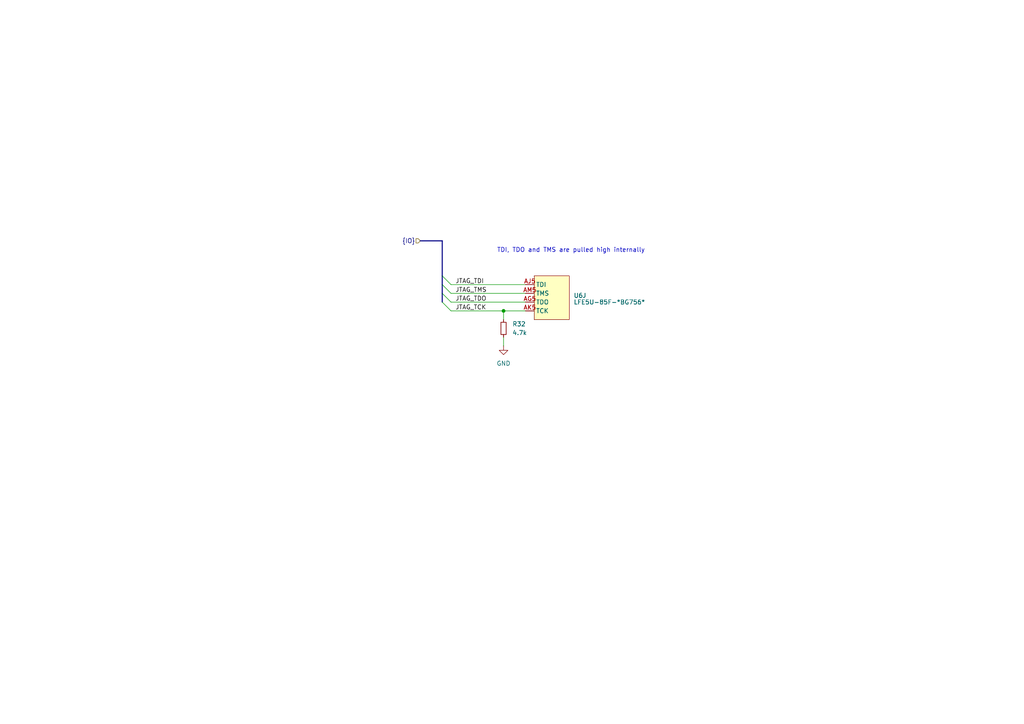
<source format=kicad_sch>
(kicad_sch (version 20250114) (generator "eeschema") (generator_version "9.0")
  (paper "A4")
  (title_block (title "${Project Designation}") (date "2024-06-30") (rev "${Revision}") (comment 1 "${Project Title}") (comment 2 "FPGA JTAG") (comment 3 "${Part Number}"))
  (lib_symbols
    (symbol "Device:R_Small" (pin_numbers (hide yes)) (pin_names (offset 0.254) (hide yes))
      (property "Reference" "R" (at 0 0 90))
      (property "Value" "R_Small" (at 1.778 0 90))
      (symbol "R_Small_1_1"
        (pin passive line (at 0 2.54 270) (length 0.762) (name "~") (number "1"))
        (pin passive line (at 0 -2.54 90) (length 0.762) (name "~") (number "2"))
      )
    )
    (symbol "ECAP5-BSOM:LFE5U-85F-*BG756*"
      (property "Reference" "U" (at -1.016 3.81 0))
      (property "Value" "LFE5U-85F-*BG756*" (at 1.27 0 0))
      (symbol "LFE5U-85F-*BG756*_1_0"
        (pin power_in line (at -5.08 0 0) (length 2.54) (name "VCC[36]") (number "AA12"))
        (pin passive line (at -5.08 0 0) (length 2.54) (hide yes) (name "VCC") (number "AA13"))
        (pin passive line (at -5.08 0 0) (length 2.54) (hide yes) (name "VCC") (number "AA14"))
        (pin passive line (at -5.08 0 0) (length 2.54) (hide yes) (name "VCC") (number "AA15"))
        (pin passive line (at -5.08 0 0) (length 2.54) (hide yes) (name "VCC") (number "AA16"))
        (pin passive line (at -5.08 0 0) (length 2.54) (hide yes) (name "VCC") (number "AA17"))
        (pin passive line (at -5.08 0 0) (length 2.54) (hide yes) (name "VCC") (number "AA18"))
        (pin passive line (at -5.08 0 0) (length 2.54) (hide yes) (name "VCC") (number "AA19"))
        (pin passive line (at -5.08 0 0) (length 2.54) (hide yes) (name "VCC") (number "AA20"))
        (pin passive line (at -5.08 0 0) (length 2.54) (hide yes) (name "VCC") (number "AA21"))
        (pin passive line (at -5.08 0 0) (length 2.54) (hide yes) (name "VCC") (number "M12"))
        (pin passive line (at -5.08 0 0) (length 2.54) (hide yes) (name "VCC") (number "M13"))
        (pin passive line (at -5.08 0 0) (length 2.54) (hide yes) (name "VCC") (number "M14"))
        (pin passive line (at -5.08 0 0) (length 2.54) (hide yes) (name "VCC") (number "M15"))
        (pin passive line (at -5.08 0 0) (length 2.54) (hide yes) (name "VCC") (number "M16"))
        (pin passive line (at -5.08 0 0) (length 2.54) (hide yes) (name "VCC") (number "M17"))
        (pin passive line (at -5.08 0 0) (length 2.54) (hide yes) (name "VCC") (number "M18"))
        (pin passive line (at -5.08 0 0) (length 2.54) (hide yes) (name "VCC") (number "M19"))
        (pin passive line (at -5.08 0 0) (length 2.54) (hide yes) (name "VCC") (number "M20"))
        (pin passive line (at -5.08 0 0) (length 2.54) (hide yes) (name "VCC") (number "M21"))
        (pin passive line (at -5.08 0 0) (length 2.54) (hide yes) (name "VCC") (number "N12"))
        (pin passive line (at -5.08 0 0) (length 2.54) (hide yes) (name "VCC") (number "N21"))
        (pin passive line (at -5.08 0 0) (length 2.54) (hide yes) (name "VCC") (number "P12"))
        (pin passive line (at -5.08 0 0) (length 2.54) (hide yes) (name "VCC") (number "P21"))
        (pin passive line (at -5.08 0 0) (length 2.54) (hide yes) (name "VCC") (number "R12"))
        (pin passive line (at -5.08 0 0) (length 2.54) (hide yes) (name "VCC") (number "R21"))
        (pin passive line (at -5.08 0 0) (length 2.54) (hide yes) (name "VCC") (number "T12"))
        (pin passive line (at -5.08 0 0) (length 2.54) (hide yes) (name "VCC") (number "T21"))
        (pin passive line (at -5.08 0 0) (length 2.54) (hide yes) (name "VCC") (number "U12"))
        (pin passive line (at -5.08 0 0) (length 2.54) (hide yes) (name "VCC") (number "U21"))
        (pin passive line (at -5.08 0 0) (length 2.54) (hide yes) (name "VCC") (number "V12"))
        (pin passive line (at -5.08 0 0) (length 2.54) (hide yes) (name "VCC") (number "V21"))
        (pin passive line (at -5.08 0 0) (length 2.54) (hide yes) (name "VCC") (number "W12"))
        (pin passive line (at -5.08 0 0) (length 2.54) (hide yes) (name "VCC") (number "W21"))
        (pin passive line (at -5.08 0 0) (length 2.54) (hide yes) (name "VCC") (number "Y12"))
        (pin passive line (at -5.08 0 0) (length 2.54) (hide yes) (name "VCC") (number "Y21"))
        (pin power_in line (at 8.89 -15.24 90) (length 2.54) (name "GND[266]") (number "AA11"))
        (pin passive line (at 8.89 -15.24 90) (length 2.54) (hide yes) (name "GND") (number "AA22"))
        (pin passive line (at 8.89 -15.24 90) (length 2.54) (hide yes) (name "GND") (number "AB11"))
        (pin passive line (at 8.89 -15.24 90) (length 2.54) (hide yes) (name "GND") (number "AB12"))
        (pin passive line (at 8.89 -15.24 90) (length 2.54) (hide yes) (name "GND") (number "AB13"))
        (pin passive line (at 8.89 -15.24 90) (length 2.54) (hide yes) (name "GND") (number "AB14"))
        (pin passive line (at 8.89 -15.24 90) (length 2.54) (hide yes) (name "GND") (number "AB15"))
        (pin passive line (at 8.89 -15.24 90) (length 2.54) (hide yes) (name "GND") (number "AB16"))
        (pin passive line (at 8.89 -15.24 90) (length 2.54) (hide yes) (name "GND") (number "AB17"))
        (pin passive line (at 8.89 -15.24 90) (length 2.54) (hide yes) (name "GND") (number "AB18"))
        (pin passive line (at 8.89 -15.24 90) (length 2.54) (hide yes) (name "GND") (number "AB19"))
        (pin passive line (at 8.89 -15.24 90) (length 2.54) (hide yes) (name "GND") (number "AB20"))
        (pin passive line (at 8.89 -15.24 90) (length 2.54) (hide yes) (name "GND") (number "AB21"))
        (pin passive line (at 8.89 -15.24 90) (length 2.54) (hide yes) (name "GND") (number "AB22"))
        (pin passive line (at 8.89 -15.24 90) (length 2.54) (hide yes) (name "GND") (number "AC12"))
        (pin passive line (at 8.89 -15.24 90) (length 2.54) (hide yes) (name "GND") (number "AC13"))
        (pin passive line (at 8.89 -15.24 90) (length 2.54) (hide yes) (name "GND") (number "AC14"))
        (pin passive line (at 8.89 -15.24 90) (length 2.54) (hide yes) (name "GND") (number "AC15"))
        (pin passive line (at 8.89 -15.24 90) (length 2.54) (hide yes) (name "GND") (number "AC16"))
        (pin passive line (at 8.89 -15.24 90) (length 2.54) (hide yes) (name "GND") (number "AC17"))
        (pin passive line (at 8.89 -15.24 90) (length 2.54) (hide yes) (name "GND") (number "AC18"))
        (pin passive line (at 8.89 -15.24 90) (length 2.54) (hide yes) (name "GND") (number "AC19"))
        (pin passive line (at 8.89 -15.24 90) (length 2.54) (hide yes) (name "GND") (number "AC20"))
        (pin passive line (at 8.89 -15.24 90) (length 2.54) (hide yes) (name "GND") (number "AC21"))
        (pin passive line (at 8.89 -15.24 90) (length 2.54) (hide yes) (name "GND") (number "AD2"))
        (pin passive line (at 8.89 -15.24 90) (length 2.54) (hide yes) (name "GND") (number "AD28"))
        (pin passive line (at 8.89 -15.24 90) (length 2.54) (hide yes) (name "GND") (number "AD31"))
        (pin passive line (at 8.89 -15.24 90) (length 2.54) (hide yes) (name "GND") (number "AD5"))
        (pin passive line (at 8.89 -15.24 90) (length 2.54) (hide yes) (name "GND") (number "AF11"))
        (pin passive line (at 8.89 -15.24 90) (length 2.54) (hide yes) (name "GND") (number "AF12"))
        (pin passive line (at 8.89 -15.24 90) (length 2.54) (hide yes) (name "GND") (number "AF14"))
        (pin passive line (at 8.89 -15.24 90) (length 2.54) (hide yes) (name "GND") (number "AF15"))
        (pin passive line (at 8.89 -15.24 90) (length 2.54) (hide yes) (name "GND") (number "AF16"))
        (pin passive line (at 8.89 -15.24 90) (length 2.54) (hide yes) (name "GND") (number "AF17"))
        (pin passive line (at 8.89 -15.24 90) (length 2.54) (hide yes) (name "GND") (number "AF19"))
        (pin passive line (at 8.89 -15.24 90) (length 2.54) (hide yes) (name "GND") (number "AF20"))
        (pin passive line (at 8.89 -15.24 90) (length 2.54) (hide yes) (name "GND") (number "AF22"))
        (pin passive line (at 8.89 -15.24 90) (length 2.54) (hide yes) (name "GND") (number "AF23"))
        (pin passive line (at 8.89 -15.24 90) (length 2.54) (hide yes) (name "GND") (number "AG11"))
        (pin passive line (at 8.89 -15.24 90) (length 2.54) (hide yes) (name "GND") (number "AG12"))
        (pin passive line (at 8.89 -15.24 90) (length 2.54) (hide yes) (name "GND") (number "AG14"))
        (pin passive line (at 8.89 -15.24 90) (length 2.54) (hide yes) (name "GND") (number "AG15"))
        (pin passive line (at 8.89 -15.24 90) (length 2.54) (hide yes) (name "GND") (number "AG16"))
        (pin passive line (at 8.89 -15.24 90) (length 2.54) (hide yes) (name "GND") (number "AG17"))
        (pin passive line (at 8.89 -15.24 90) (length 2.54) (hide yes) (name "GND") (number "AG19"))
        (pin passive line (at 8.89 -15.24 90) (length 2.54) (hide yes) (name "GND") (number "AG20"))
        (pin passive line (at 8.89 -15.24 90) (length 2.54) (hide yes) (name "GND") (number "AG22"))
        (pin passive line (at 8.89 -15.24 90) (length 2.54) (hide yes) (name "GND") (number "AG23"))
        (pin passive line (at 8.89 -15.24 90) (length 2.54) (hide yes) (name "GND") (number "AG9"))
        (pin passive line (at 8.89 -15.24 90) (length 2.54) (hide yes) (name "GND") (number "AH11"))
        (pin passive line (at 8.89 -15.24 90) (length 2.54) (hide yes) (name "GND") (number "AH12"))
        (pin passive line (at 8.89 -15.24 90) (length 2.54) (hide yes) (name "GND") (number "AH14"))
        (pin passive line (at 8.89 -15.24 90) (length 2.54) (hide yes) (name "GND") (number "AH15"))
        (pin passive line (at 8.89 -15.24 90) (length 2.54) (hide yes) (name "GND") (number "AH16"))
        (pin passive line (at 8.89 -15.24 90) (length 2.54) (hide yes) (name "GND") (number "AH17"))
        (pin passive line (at 8.89 -15.24 90) (length 2.54) (hide yes) (name "GND") (number "AH19"))
        (pin passive line (at 8.89 -15.24 90) (length 2.54) (hide yes) (name "GND") (number "AH2"))
        (pin passive line (at 8.89 -15.24 90) (length 2.54) (hide yes) (name "GND") (number "AH20"))
        (pin passive line (at 8.89 -15.24 90) (length 2.54) (hide yes) (name "GND") (number "AH22"))
        (pin passive line (at 8.89 -15.24 90) (length 2.54) (hide yes) (name "GND") (number "AH23"))
        (pin passive line (at 8.89 -15.24 90) (length 2.54) (hide yes) (name "GND") (number "AH24"))
        (pin passive line (at 8.89 -15.24 90) (length 2.54) (hide yes) (name "GND") (number "AH25"))
        (pin passive line (at 8.89 -15.24 90) (length 2.54) (hide yes) (name "GND") (number "AH26"))
        (pin passive line (at 8.89 -15.24 90) (length 2.54) (hide yes) (name "GND") (number "AH29"))
        (pin passive line (at 8.89 -15.24 90) (length 2.54) (hide yes) (name "GND") (number "AH31"))
        (pin passive line (at 8.89 -15.24 90) (length 2.54) (hide yes) (name "GND") (number "AH5"))
        (pin passive line (at 8.89 -15.24 90) (length 2.54) (hide yes) (name "GND") (number "AH7"))
        (pin passive line (at 8.89 -15.24 90) (length 2.54) (hide yes) (name "GND") (number "AH8"))
        (pin passive line (at 8.89 -15.24 90) (length 2.54) (hide yes) (name "GND") (number "AH9"))
        (pin passive line (at 8.89 -15.24 90) (length 2.54) (hide yes) (name "GND") (number "AJ10"))
        (pin passive line (at 8.89 -15.24 90) (length 2.54) (hide yes) (name "GND") (number "AJ11"))
        (pin passive line (at 8.89 -15.24 90) (length 2.54) (hide yes) (name "GND") (number "AJ12"))
        (pin passive line (at 8.89 -15.24 90) (length 2.54) (hide yes) (name "GND") (number "AJ13"))
        (pin passive line (at 8.89 -15.24 90) (length 2.54) (hide yes) (name "GND") (number "AJ14"))
        (pin passive line (at 8.89 -15.24 90) (length 2.54) (hide yes) (name "GND") (number "AJ15"))
        (pin passive line (at 8.89 -15.24 90) (length 2.54) (hide yes) (name "GND") (number "AJ16"))
        (pin passive line (at 8.89 -15.24 90) (length 2.54) (hide yes) (name "GND") (number "AJ17"))
        (pin passive line (at 8.89 -15.24 90) (length 2.54) (hide yes) (name "GND") (number "AJ18"))
        (pin passive line (at 8.89 -15.24 90) (length 2.54) (hide yes) (name "GND") (number "AJ19"))
        (pin passive line (at 8.89 -15.24 90) (length 2.54) (hide yes) (name "GND") (number "AJ20"))
        (pin passive line (at 8.89 -15.24 90) (length 2.54) (hide yes) (name "GND") (number "AJ21"))
        (pin passive line (at 8.89 -15.24 90) (length 2.54) (hide yes) (name "GND") (number "AJ22"))
        (pin passive line (at 8.89 -15.24 90) (length 2.54) (hide yes) (name "GND") (number "AJ23"))
        (pin passive line (at 8.89 -15.24 90) (length 2.54) (hide yes) (name "GND") (number "AJ24"))
        (pin passive line (at 8.89 -15.24 90) (length 2.54) (hide yes) (name "GND") (number "AJ25"))
        (pin passive line (at 8.89 -15.24 90) (length 2.54) (hide yes) (name "GND") (number "AJ26"))
        (pin passive line (at 8.89 -15.24 90) (length 2.54) (hide yes) (name "GND") (number "AJ7"))
        (pin passive line (at 8.89 -15.24 90) (length 2.54) (hide yes) (name "GND") (number "AJ8"))
        (pin passive line (at 8.89 -15.24 90) (length 2.54) (hide yes) (name "GND") (number "AJ9"))
        (pin passive line (at 8.89 -15.24 90) (length 2.54) (hide yes) (name "GND") (number "AK11"))
        (pin passive line (at 8.89 -15.24 90) (length 2.54) (hide yes) (name "GND") (number "AK14"))
        (pin passive line (at 8.89 -15.24 90) (length 2.54) (hide yes) (name "GND") (number "AK17"))
        (pin passive line (at 8.89 -15.24 90) (length 2.54) (hide yes) (name "GND") (number "AK20"))
        (pin passive line (at 8.89 -15.24 90) (length 2.54) (hide yes) (name "GND") (number "AK23"))
        (pin passive line (at 8.89 -15.24 90) (length 2.54) (hide yes) (name "GND") (number "AK26"))
        (pin passive line (at 8.89 -15.24 90) (length 2.54) (hide yes) (name "GND") (number "AK7"))
        (pin passive line (at 8.89 -15.24 90) (length 2.54) (hide yes) (name "GND") (number "AK8"))
        (pin passive line (at 8.89 -15.24 90) (length 2.54) (hide yes) (name "GND") (number "AL11"))
        (pin passive line (at 8.89 -15.24 90) (length 2.54) (hide yes) (name "GND") (number "AL12"))
        (pin passive line (at 8.89 -15.24 90) (length 2.54) (hide yes) (name "GND") (number "AL14"))
        (pin passive line (at 8.89 -15.24 90) (length 2.54) (hide yes) (name "GND") (number "AL15"))
        (pin passive line (at 8.89 -15.24 90) (length 2.54) (hide yes) (name "GND") (number "AL17"))
        (pin passive line (at 8.89 -15.24 90) (length 2.54) (hide yes) (name "GND") (number "AL18"))
        (pin passive line (at 8.89 -15.24 90) (length 2.54) (hide yes) (name "GND") (number "AL2"))
        (pin passive line (at 8.89 -15.24 90) (length 2.54) (hide yes) (name "GND") (number "AL20"))
        (pin passive line (at 8.89 -15.24 90) (length 2.54) (hide yes) (name "GND") (number "AL21"))
        (pin passive line (at 8.89 -15.24 90) (length 2.54) (hide yes) (name "GND") (number "AL23"))
        (pin passive line (at 8.89 -15.24 90) (length 2.54) (hide yes) (name "GND") (number "AL24"))
        (pin passive line (at 8.89 -15.24 90) (length 2.54) (hide yes) (name "GND") (number "AL26"))
        (pin passive line (at 8.89 -15.24 90) (length 2.54) (hide yes) (name "GND") (number "AL29"))
        (pin passive line (at 8.89 -15.24 90) (length 2.54) (hide yes) (name "GND") (number "AL31"))
        (pin passive line (at 8.89 -15.24 90) (length 2.54) (hide yes) (name "GND") (number "AL5"))
        (pin passive line (at 8.89 -15.24 90) (length 2.54) (hide yes) (name "GND") (number "AL7"))
        (pin passive line (at 8.89 -15.24 90) (length 2.54) (hide yes) (name "GND") (number "AL8"))
        (pin passive line (at 8.89 -15.24 90) (length 2.54) (hide yes) (name "GND") (number "AL9"))
        (pin passive line (at 8.89 -15.24 90) (length 2.54) (hide yes) (name "GND") (number "AM11"))
        (pin passive line (at 8.89 -15.24 90) (length 2.54) (hide yes) (name "GND") (number "AM12"))
        (pin passive line (at 8.89 -15.24 90) (length 2.54) (hide yes) (name "GND") (number "AM14"))
        (pin passive line (at 8.89 -15.24 90) (length 2.54) (hide yes) (name "GND") (number "AM15"))
        (pin passive line (at 8.89 -15.24 90) (length 2.54) (hide yes) (name "GND") (number "AM17"))
        (pin passive line (at 8.89 -15.24 90) (length 2.54) (hide yes) (name "GND") (number "AM18"))
        (pin passive line (at 8.89 -15.24 90) (length 2.54) (hide yes) (name "GND") (number "AM20"))
        (pin passive line (at 8.89 -15.24 90) (length 2.54) (hide yes) (name "GND") (number "AM21"))
        (pin passive line (at 8.89 -15.24 90) (length 2.54) (hide yes) (name "GND") (number "AM23"))
        (pin passive line (at 8.89 -15.24 90) (length 2.54) (hide yes) (name "GND") (number "AM24"))
        (pin passive line (at 8.89 -15.24 90) (length 2.54) (hide yes) (name "GND") (number "AM26"))
        (pin passive line (at 8.89 -15.24 90) (length 2.54) (hide yes) (name "GND") (number "AM7"))
        (pin passive line (at 8.89 -15.24 90) (length 2.54) (hide yes) (name "GND") (number "AM8"))
        (pin passive line (at 8.89 -15.24 90) (length 2.54) (hide yes) (name "GND") (number "AM9"))
        (pin passive line (at 8.89 -15.24 90) (length 2.54) (hide yes) (name "GND") (number "B13"))
        (pin passive line (at 8.89 -15.24 90) (length 2.54) (hide yes) (name "GND") (number "B15"))
        (pin passive line (at 8.89 -15.24 90) (length 2.54) (hide yes) (name "GND") (number "B18"))
        (pin passive line (at 8.89 -15.24 90) (length 2.54) (hide yes) (name "GND") (number "B2"))
        (pin passive line (at 8.89 -15.24 90) (length 2.54) (hide yes) (name "GND") (number "B20"))
        (pin passive line (at 8.89 -15.24 90) (length 2.54) (hide yes) (name "GND") (number "B24"))
        (pin passive line (at 8.89 -15.24 90) (length 2.54) (hide yes) (name "GND") (number "B28"))
        (pin passive line (at 8.89 -15.24 90) (length 2.54) (hide yes) (name "GND") (number "B31"))
        (pin passive line (at 8.89 -15.24 90) (length 2.54) (hide yes) (name "GND") (number "B5"))
        (pin passive line (at 8.89 -15.24 90) (length 2.54) (hide yes) (name "GND") (number "B9"))
        (pin passive line (at 8.89 -15.24 90) (length 2.54) (hide yes) (name "GND") (number "E13"))
        (pin passive line (at 8.89 -15.24 90) (length 2.54) (hide yes) (name "GND") (number "E15"))
        (pin passive line (at 8.89 -15.24 90) (length 2.54) (hide yes) (name "GND") (number "E18"))
        (pin passive line (at 8.89 -15.24 90) (length 2.54) (hide yes) (name "GND") (number "E2"))
        (pin passive line (at 8.89 -15.24 90) (length 2.54) (hide yes) (name "GND") (number "E20"))
        (pin passive line (at 8.89 -15.24 90) (length 2.54) (hide yes) (name "GND") (number "E24"))
        (pin passive line (at 8.89 -15.24 90) (length 2.54) (hide yes) (name "GND") (number "E28"))
        (pin passive line (at 8.89 -15.24 90) (length 2.54) (hide yes) (name "GND") (number "E31"))
        (pin passive line (at 8.89 -15.24 90) (length 2.54) (hide yes) (name "GND") (number "E5"))
        (pin passive line (at 8.89 -15.24 90) (length 2.54) (hide yes) (name "GND") (number "E9"))
        (pin passive line (at 8.89 -15.24 90) (length 2.54) (hide yes) (name "GND") (number "J2"))
        (pin passive line (at 8.89 -15.24 90) (length 2.54) (hide yes) (name "GND") (number "J28"))
        (pin passive line (at 8.89 -15.24 90) (length 2.54) (hide yes) (name "GND") (number "J31"))
        (pin passive line (at 8.89 -15.24 90) (length 2.54) (hide yes) (name "GND") (number "J5"))
        (pin passive line (at 8.89 -15.24 90) (length 2.54) (hide yes) (name "GND") (number "K10"))
        (pin passive line (at 8.89 -15.24 90) (length 2.54) (hide yes) (name "GND") (number "K11"))
        (pin passive line (at 8.89 -15.24 90) (length 2.54) (hide yes) (name "GND") (number "K22"))
        (pin passive line (at 8.89 -15.24 90) (length 2.54) (hide yes) (name "GND") (number "K23"))
        (pin passive line (at 8.89 -15.24 90) (length 2.54) (hide yes) (name "GND") (number "L10"))
        (pin passive line (at 8.89 -15.24 90) (length 2.54) (hide yes) (name "GND") (number "L11"))
        (pin passive line (at 8.89 -15.24 90) (length 2.54) (hide yes) (name "GND") (number "L12"))
        (pin passive line (at 8.89 -15.24 90) (length 2.54) (hide yes) (name "GND") (number "L13"))
        (pin passive line (at 8.89 -15.24 90) (length 2.54) (hide yes) (name "GND") (number "L14"))
        (pin passive line (at 8.89 -15.24 90) (length 2.54) (hide yes) (name "GND") (number "L15"))
        (pin passive line (at 8.89 -15.24 90) (length 2.54) (hide yes) (name "GND") (number "L16"))
        (pin passive line (at 8.89 -15.24 90) (length 2.54) (hide yes) (name "GND") (number "L17"))
        (pin passive line (at 8.89 -15.24 90) (length 2.54) (hide yes) (name "GND") (number "L18"))
        (pin passive line (at 8.89 -15.24 90) (length 2.54) (hide yes) (name "GND") (number "L19"))
        (pin passive line (at 8.89 -15.24 90) (length 2.54) (hide yes) (name "GND") (number "L20"))
        (pin passive line (at 8.89 -15.24 90) (length 2.54) (hide yes) (name "GND") (number "L21"))
        (pin passive line (at 8.89 -15.24 90) (length 2.54) (hide yes) (name "GND") (number "L22"))
        (pin passive line (at 8.89 -15.24 90) (length 2.54) (hide yes) (name "GND") (number "L23"))
        (pin passive line (at 8.89 -15.24 90) (length 2.54) (hide yes) (name "GND") (number "M11"))
        (pin passive line (at 8.89 -15.24 90) (length 2.54) (hide yes) (name "GND") (number "M22"))
        (pin passive line (at 8.89 -15.24 90) (length 2.54) (hide yes) (name "GND") (number "N11"))
        (pin passive line (at 8.89 -15.24 90) (length 2.54) (hide yes) (name "GND") (number "N13"))
        (pin passive line (at 8.89 -15.24 90) (length 2.54) (hide yes) (name "GND") (number "N14"))
        (pin passive line (at 8.89 -15.24 90) (length 2.54) (hide yes) (name "GND") (number "N15"))
        (pin passive line (at 8.89 -15.24 90) (length 2.54) (hide yes) (name "GND") (number "N16"))
        (pin passive line (at 8.89 -15.24 90) (length 2.54) (hide yes) (name "GND") (number "N17"))
        (pin passive line (at 8.89 -15.24 90) (length 2.54) (hide yes) (name "GND") (number "N18"))
        (pin passive line (at 8.89 -15.24 90) (length 2.54) (hide yes) (name "GND") (number "N19"))
        (pin passive line (at 8.89 -15.24 90) (length 2.54) (hide yes) (name "GND") (number "N2"))
        (pin passive line (at 8.89 -15.24 90) (length 2.54) (hide yes) (name "GND") (number "N20"))
        (pin passive line (at 8.89 -15.24 90) (length 2.54) (hide yes) (name "GND") (number "N22"))
        (pin passive line (at 8.89 -15.24 90) (length 2.54) (hide yes) (name "GND") (number "N28"))
        (pin passive line (at 8.89 -15.24 90) (length 2.54) (hide yes) (name "GND") (number "N31"))
        (pin passive line (at 8.89 -15.24 90) (length 2.54) (hide yes) (name "GND") (number "N5"))
        (pin passive line (at 8.89 -15.24 90) (length 2.54) (hide yes) (name "GND") (number "P11"))
        (pin passive line (at 8.89 -15.24 90) (length 2.54) (hide yes) (name "GND") (number "P13"))
        (pin passive line (at 8.89 -15.24 90) (length 2.54) (hide yes) (name "GND") (number "P14"))
        (pin passive line (at 8.89 -15.24 90) (length 2.54) (hide yes) (name "GND") (number "P15"))
        (pin passive line (at 8.89 -15.24 90) (length 2.54) (hide yes) (name "GND") (number "P16"))
        (pin passive line (at 8.89 -15.24 90) (length 2.54) (hide yes) (name "GND") (number "P17"))
        (pin passive line (at 8.89 -15.24 90) (length 2.54) (hide yes) (name "GND") (number "P18"))
        (pin passive line (at 8.89 -15.24 90) (length 2.54) (hide yes) (name "GND") (number "P19"))
        (pin passive line (at 8.89 -15.24 90) (length 2.54) (hide yes) (name "GND") (number "P20"))
        (pin passive line (at 8.89 -15.24 90) (length 2.54) (hide yes) (name "GND") (number "P22"))
        (pin passive line (at 8.89 -15.24 90) (length 2.54) (hide yes) (name "GND") (number "R11"))
        (pin passive line (at 8.89 -15.24 90) (length 2.54) (hide yes) (name "GND") (number "R13"))
        (pin passive line (at 8.89 -15.24 90) (length 2.54) (hide yes) (name "GND") (number "R14"))
        (pin passive line (at 8.89 -15.24 90) (length 2.54) (hide yes) (name "GND") (number "R15"))
        (pin passive line (at 8.89 -15.24 90) (length 2.54) (hide yes) (name "GND") (number "R16"))
        (pin passive line (at 8.89 -15.24 90) (length 2.54) (hide yes) (name "GND") (number "R17"))
        (pin passive line (at 8.89 -15.24 90) (length 2.54) (hide yes) (name "GND") (number "R18"))
        (pin passive line (at 8.89 -15.24 90) (length 2.54) (hide yes) (name "GND") (number "R19"))
        (pin passive line (at 8.89 -15.24 90) (length 2.54) (hide yes) (name "GND") (number "R2"))
        (pin passive line (at 8.89 -15.24 90) (length 2.54) (hide yes) (name "GND") (number "R20"))
        (pin passive line (at 8.89 -15.24 90) (length 2.54) (hide yes) (name "GND") (number "R22"))
        (pin passive line (at 8.89 -15.24 90) (length 2.54) (hide yes) (name "GND") (number "R28"))
        (pin passive line (at 8.89 -15.24 90) (length 2.54) (hide yes) (name "GND") (number "R31"))
        (pin passive line (at 8.89 -15.24 90) (length 2.54) (hide yes) (name "GND") (number "R5"))
        (pin passive line (at 8.89 -15.24 90) (length 2.54) (hide yes) (name "GND") (number "T11"))
        (pin passive line (at 8.89 -15.24 90) (length 2.54) (hide yes) (name "GND") (number "T13"))
        (pin passive line (at 8.89 -15.24 90) (length 2.54) (hide yes) (name "GND") (number "T14"))
        (pin passive line (at 8.89 -15.24 90) (length 2.54) (hide yes) (name "GND") (number "T15"))
        (pin passive line (at 8.89 -15.24 90) (length 2.54) (hide yes) (name "GND") (number "T16"))
        (pin passive line (at 8.89 -15.24 90) (length 2.54) (hide yes) (name "GND") (number "T17"))
        (pin passive line (at 8.89 -15.24 90) (length 2.54) (hide yes) (name "GND") (number "T18"))
        (pin passive line (at 8.89 -15.24 90) (length 2.54) (hide yes) (name "GND") (number "T19"))
        (pin passive line (at 8.89 -15.24 90) (length 2.54) (hide yes) (name "GND") (number "T20"))
        (pin passive line (at 8.89 -15.24 90) (length 2.54) (hide yes) (name "GND") (number "T22"))
        (pin passive line (at 8.89 -15.24 90) (length 2.54) (hide yes) (name "GND") (number "U11"))
        (pin passive line (at 8.89 -15.24 90) (length 2.54) (hide yes) (name "GND") (number "U13"))
        (pin passive line (at 8.89 -15.24 90) (length 2.54) (hide yes) (name "GND") (number "U14"))
        (pin passive line (at 8.89 -15.24 90) (length 2.54) (hide yes) (name "GND") (number "U15"))
        (pin passive line (at 8.89 -15.24 90) (length 2.54) (hide yes) (name "GND") (number "U16"))
        (pin passive line (at 8.89 -15.24 90) (length 2.54) (hide yes) (name "GND") (number "U17"))
        (pin passive line (at 8.89 -15.24 90) (length 2.54) (hide yes) (name "GND") (number "U18"))
        (pin passive line (at 8.89 -15.24 90) (length 2.54) (hide yes) (name "GND") (number "U19"))
        (pin passive line (at 8.89 -15.24 90) (length 2.54) (hide yes) (name "GND") (number "U20"))
        (pin passive line (at 8.89 -15.24 90) (length 2.54) (hide yes) (name "GND") (number "U22"))
        (pin passive line (at 8.89 -15.24 90) (length 2.54) (hide yes) (name "GND") (number "V11"))
        (pin passive line (at 8.89 -15.24 90) (length 2.54) (hide yes) (name "GND") (number "V13"))
        (pin passive line (at 8.89 -15.24 90) (length 2.54) (hide yes) (name "GND") (number "V14"))
        (pin passive line (at 8.89 -15.24 90) (length 2.54) (hide yes) (name "GND") (number "V15"))
        (pin passive line (at 8.89 -15.24 90) (length 2.54) (hide yes) (name "GND") (number "V16"))
        (pin passive line (at 8.89 -15.24 90) (length 2.54) (hide yes) (name "GND") (number "V17"))
        (pin passive line (at 8.89 -15.24 90) (length 2.54) (hide yes) (name "GND") (number "V18"))
        (pin passive line (at 8.89 -15.24 90) (length 2.54) (hide yes) (name "GND") (number "V19"))
        (pin passive line (at 8.89 -15.24 90) (length 2.54) (hide yes) (name "GND") (number "V2"))
        (pin passive line (at 8.89 -15.24 90) (length 2.54) (hide yes) (name "GND") (number "V20"))
        (pin passive line (at 8.89 -15.24 90) (length 2.54) (hide yes) (name "GND") (number "V22"))
        (pin passive line (at 8.89 -15.24 90) (length 2.54) (hide yes) (name "GND") (number "V28"))
        (pin passive line (at 8.89 -15.24 90) (length 2.54) (hide yes) (name "GND") (number "V31"))
        (pin passive line (at 8.89 -15.24 90) (length 2.54) (hide yes) (name "GND") (number "V5"))
        (pin passive line (at 8.89 -15.24 90) (length 2.54) (hide yes) (name "GND") (number "W11"))
        (pin passive line (at 8.89 -15.24 90) (length 2.54) (hide yes) (name "GND") (number "W13"))
        (pin passive line (at 8.89 -15.24 90) (length 2.54) (hide yes) (name "GND") (number "W14"))
        (pin passive line (at 8.89 -15.24 90) (length 2.54) (hide yes) (name "GND") (number "W15"))
        (pin passive line (at 8.89 -15.24 90) (length 2.54) (hide yes) (name "GND") (number "W16"))
        (pin passive line (at 8.89 -15.24 90) (length 2.54) (hide yes) (name "GND") (number "W17"))
        (pin passive line (at 8.89 -15.24 90) (length 2.54) (hide yes) (name "GND") (number "W18"))
        (pin passive line (at 8.89 -15.24 90) (length 2.54) (hide yes) (name "GND") (number "W19"))
        (pin passive line (at 8.89 -15.24 90) (length 2.54) (hide yes) (name "GND") (number "W20"))
        (pin passive line (at 8.89 -15.24 90) (length 2.54) (hide yes) (name "GND") (number "W22"))
        (pin passive line (at 8.89 -15.24 90) (length 2.54) (hide yes) (name "GND") (number "Y11"))
        (pin passive line (at 8.89 -15.24 90) (length 2.54) (hide yes) (name "GND") (number "Y13"))
        (pin passive line (at 8.89 -15.24 90) (length 2.54) (hide yes) (name "GND") (number "Y14"))
        (pin passive line (at 8.89 -15.24 90) (length 2.54) (hide yes) (name "GND") (number "Y15"))
        (pin passive line (at 8.89 -15.24 90) (length 2.54) (hide yes) (name "GND") (number "Y16"))
        (pin passive line (at 8.89 -15.24 90) (length 2.54) (hide yes) (name "GND") (number "Y17"))
        (pin passive line (at 8.89 -15.24 90) (length 2.54) (hide yes) (name "GND") (number "Y18"))
        (pin passive line (at 8.89 -15.24 90) (length 2.54) (hide yes) (name "GND") (number "Y19"))
        (pin passive line (at 8.89 -15.24 90) (length 2.54) (hide yes) (name "GND") (number "Y2"))
        (pin passive line (at 8.89 -15.24 90) (length 2.54) (hide yes) (name "GND") (number "Y20"))
        (pin passive line (at 8.89 -15.24 90) (length 2.54) (hide yes) (name "GND") (number "Y22"))
        (pin passive line (at 8.89 -15.24 90) (length 2.54) (hide yes) (name "GND") (number "Y31"))
        (pin no_connect line (at 15.24 -15.24 90) (length 2.54) (hide yes) (name "RESERVED") (number "AK10"))
        (pin no_connect line (at 15.24 -15.24 90) (length 2.54) (hide yes) (name "RESERVED") (number "AK12"))
        (pin no_connect line (at 15.24 -15.24 90) (length 2.54) (hide yes) (name "RESERVED") (number "AK13"))
        (pin no_connect line (at 15.24 -15.24 90) (length 2.54) (hide yes) (name "RESERVED") (number "AK15"))
        (pin no_connect line (at 15.24 -15.24 90) (length 2.54) (hide yes) (name "RESERVED") (number "AK16"))
        (pin no_connect line (at 15.24 -15.24 90) (length 2.54) (hide yes) (name "RESERVED") (number "AK18"))
        (pin no_connect line (at 15.24 -15.24 90) (length 2.54) (hide yes) (name "RESERVED") (number "AK19"))
        (pin no_connect line (at 15.24 -15.24 90) (length 2.54) (hide yes) (name "RESERVED") (number "AK21"))
        (pin no_connect line (at 15.24 -15.24 90) (length 2.54) (hide yes) (name "RESERVED") (number "AK22"))
        (pin no_connect line (at 15.24 -15.24 90) (length 2.54) (hide yes) (name "RESERVED") (number "AK24"))
        (pin no_connect line (at 15.24 -15.24 90) (length 2.54) (hide yes) (name "RESERVED") (number "AK25"))
        (pin no_connect line (at 15.24 -15.24 90) (length 2.54) (hide yes) (name "RESERVED") (number "AK9"))
        (pin no_connect line (at 17.78 -15.24 90) (length 2.54) (hide yes) (name "NC") (number "AC29"))
        (pin no_connect line (at 17.78 -15.24 90) (length 2.54) (hide yes) (name "NC") (number "AC4"))
        (pin no_connect line (at 17.78 -15.24 90) (length 2.54) (hide yes) (name "NC") (number "AE26"))
        (pin no_connect line (at 17.78 -15.24 90) (length 2.54) (hide yes) (name "NC") (number "AE7"))
        (pin no_connect line (at 17.78 -15.24 90) (length 2.54) (hide yes) (name "NC") (number "AG2"))
        (pin no_connect line (at 17.78 -15.24 90) (length 2.54) (hide yes) (name "NC") (number "AG24"))
        (pin no_connect line (at 17.78 -15.24 90) (length 2.54) (hide yes) (name "NC") (number "AG31"))
        (pin no_connect line (at 17.78 -15.24 90) (length 2.54) (hide yes) (name "NC") (number "E26"))
        (pin no_connect line (at 17.78 -15.24 90) (length 2.54) (hide yes) (name "NC") (number "E7"))
        (pin no_connect line (at 17.78 -15.24 90) (length 2.54) (hide yes) (name "NC") (number "G10"))
        (pin no_connect line (at 17.78 -15.24 90) (length 2.54) (hide yes) (name "NC") (number "G11"))
        (pin no_connect line (at 17.78 -15.24 90) (length 2.54) (hide yes) (name "NC") (number "G14"))
        (pin no_connect line (at 17.78 -15.24 90) (length 2.54) (hide yes) (name "NC") (number "G15"))
        (pin no_connect line (at 17.78 -15.24 90) (length 2.54) (hide yes) (name "NC") (number "G16"))
        (pin no_connect line (at 17.78 -15.24 90) (length 2.54) (hide yes) (name "NC") (number "G17"))
        (pin no_connect line (at 17.78 -15.24 90) (length 2.54) (hide yes) (name "NC") (number "G18"))
        (pin no_connect line (at 17.78 -15.24 90) (length 2.54) (hide yes) (name "NC") (number "G19"))
        (pin no_connect line (at 17.78 -15.24 90) (length 2.54) (hide yes) (name "NC") (number "G22"))
        (pin no_connect line (at 17.78 -15.24 90) (length 2.54) (hide yes) (name "NC") (number "G23"))
        (pin no_connect line (at 17.78 -15.24 90) (length 2.54) (hide yes) (name "NC") (number "G24"))
        (pin no_connect line (at 17.78 -15.24 90) (length 2.54) (hide yes) (name "NC") (number "G9"))
        (pin no_connect line (at 17.78 -15.24 90) (length 2.54) (hide yes) (name "NC") (number "H29"))
        (pin no_connect line (at 17.78 -15.24 90) (length 2.54) (hide yes) (name "NC") (number "H4"))
        (pin no_connect line (at 17.78 -15.24 90) (length 2.54) (hide yes) (name "NC") (number "L28"))
        (pin no_connect line (at 17.78 -15.24 90) (length 2.54) (hide yes) (name "NC") (number "L5"))
        (pin no_connect line (at 17.78 -15.24 90) (length 2.54) (hide yes) (name "NC") (number "V3"))
        (pin no_connect line (at 17.78 -15.24 90) (length 2.54) (hide yes) (name "NC") (number "V30"))
        (pin no_connect line (at 17.78 -15.24 90) (length 2.54) (hide yes) (name "NC") (number "W27"))
        (pin no_connect line (at 17.78 -15.24 90) (length 2.54) (hide yes) (name "NC") (number "W6"))
        (pin power_in line (at 22.86 0 180) (length 2.54) (name "VCCAUX[8]") (number "AC11"))
        (pin passive line (at 22.86 0 180) (length 2.54) (hide yes) (name "VCCAUX") (number "AC22"))
        (pin passive line (at 22.86 0 180) (length 2.54) (hide yes) (name "VCCAUX") (number "K13"))
        (pin passive line (at 22.86 0 180) (length 2.54) (hide yes) (name "VCCAUX") (number "K20"))
        (pin passive line (at 22.86 0 180) (length 2.54) (hide yes) (name "VCCAUX") (number "N10"))
        (pin passive line (at 22.86 0 180) (length 2.54) (hide yes) (name "VCCAUX") (number "N23"))
        (pin passive line (at 22.86 0 180) (length 2.54) (hide yes) (name "VCCAUX") (number "Y10"))
        (pin passive line (at 22.86 0 180) (length 2.54) (hide yes) (name "VCCAUX") (number "Y23"))
      )
      (symbol "LFE5U-85F-*BG756*_2_0"
        (pin bidirectional line (at -3.81 0 0) (length 2.54) (name "PT4A/ULC_GPLL1T_IN") (number "B3"))
        (pin bidirectional line (at -3.81 -2.54 0) (length 2.54) (name "PT4B/ULC_GPLL1C_IN") (number "B4"))
        (pin bidirectional line (at -3.81 -5.08 0) (length 2.54) (name "PT6A") (number "A2"))
        (pin bidirectional line (at -3.81 -7.62 0) (length 2.54) (name "PT6B") (number "A3"))
        (pin bidirectional line (at -3.81 -10.16 0) (length 2.54) (name "PT9A") (number "A4"))
        (pin bidirectional line (at -3.81 -12.7 0) (length 2.54) (name "PT9B") (number "A5"))
        (pin bidirectional line (at -3.81 -15.24 0) (length 2.54) (name "PT11A") (number "D7"))
        (pin bidirectional line (at -3.81 -17.78 0) (length 2.54) (name "PT11B") (number "C7"))
        (pin bidirectional line (at -3.81 -20.32 0) (length 2.54) (name "PT13A") (number "B7"))
        (pin bidirectional line (at -3.81 -22.86 0) (length 2.54) (name "PT13B") (number "A7"))
        (pin bidirectional line (at -3.81 -25.4 0) (length 2.54) (name "PT15A") (number "F8"))
        (pin bidirectional line (at -3.81 -27.94 0) (length 2.54) (name "PT15B") (number "E8"))
        (pin bidirectional line (at -3.81 -30.48 0) (length 2.54) (name "PT18A") (number "D8"))
        (pin bidirectional line (at -3.81 -33.02 0) (length 2.54) (name "PT18B") (number "C8"))
        (pin bidirectional line (at -3.81 -35.56 0) (length 2.54) (name "PT20A") (number "B8"))
        (pin bidirectional line (at -3.81 -38.1 0) (length 2.54) (name "PT20B") (number "A8"))
        (pin bidirectional line (at -3.81 -40.64 0) (length 2.54) (name "PT22A") (number "F9"))
        (pin bidirectional line (at -3.81 -43.18 0) (length 2.54) (name "PT22B") (number "D9"))
        (pin bidirectional line (at -3.81 -45.72 0) (length 2.54) (name "PT24A") (number "C9"))
        (pin bidirectional line (at -3.81 -48.26 0) (length 2.54) (name "PT24B") (number "A9"))
        (pin bidirectional line (at -3.81 -50.8 0) (length 2.54) (name "PT27A") (number "F10"))
        (pin bidirectional line (at -3.81 -53.34 0) (length 2.54) (name "PT27B") (number "E10"))
        (pin bidirectional line (at -3.81 -55.88 0) (length 2.54) (name "PT29A") (number "D10"))
        (pin bidirectional line (at -3.81 -58.42 0) (length 2.54) (name "PT29B") (number "C10"))
        (pin bidirectional line (at -3.81 -60.96 0) (length 2.54) (name "PT31A") (number "B10"))
        (pin bidirectional line (at -3.81 -63.5 0) (length 2.54) (name "PT31B") (number "A10"))
        (pin bidirectional line (at -3.81 -66.04 0) (length 2.54) (name "PT33A") (number "F11"))
        (pin bidirectional line (at -3.81 -68.58 0) (length 2.54) (name "PT33B") (number "E11"))
        (pin bidirectional line (at -3.81 -71.12 0) (length 2.54) (name "PT36A") (number "D11"))
        (pin bidirectional line (at -3.81 -73.66 0) (length 2.54) (name "PT36B") (number "C11"))
        (pin power_in line (at 30.48 5.08 270) (length 2.54) (name "VCCIO0[4]") (number "K12"))
        (pin passive line (at 30.48 5.08 270) (length 2.54) (hide yes) (name "VCCIO0") (number "K14"))
        (pin passive line (at 30.48 5.08 270) (length 2.54) (hide yes) (name "VCCIO0") (number "K15"))
        (pin passive line (at 30.48 5.08 270) (length 2.54) (hide yes) (name "VCCIO0") (number "K16"))
        (pin bidirectional line (at 35.56 -10.16 180) (length 2.54) (name "PT38A") (number "B11"))
        (pin bidirectional line (at 35.56 -12.7 180) (length 2.54) (name "PT38B") (number "A11"))
        (pin bidirectional line (at 35.56 -15.24 180) (length 2.54) (name "PT40A") (number "F13"))
        (pin bidirectional line (at 35.56 -17.78 180) (length 2.54) (name "PT40B") (number "D13"))
        (pin bidirectional line (at 35.56 -20.32 180) (length 2.54) (name "PT42A") (number "C13"))
        (pin bidirectional line (at 35.56 -22.86 180) (length 2.54) (name "PT42B") (number "A13"))
        (pin bidirectional line (at 35.56 -25.4 180) (length 2.54) (name "PT45A") (number "F14"))
        (pin bidirectional line (at 35.56 -27.94 180) (length 2.54) (name "PT45B") (number "E14"))
        (pin bidirectional line (at 35.56 -30.48 180) (length 2.54) (name "PT47A") (number "D14"))
        (pin bidirectional line (at 35.56 -33.02 180) (length 2.54) (name "PT47B") (number "C14"))
        (pin bidirectional line (at 35.56 -35.56 180) (length 2.54) (name "PT49A") (number "B14"))
        (pin bidirectional line (at 35.56 -38.1 180) (length 2.54) (name "PT49B") (number "A14"))
        (pin bidirectional line (at 35.56 -40.64 180) (length 2.54) (name "PT51A") (number "F15"))
        (pin bidirectional line (at 35.56 -43.18 180) (length 2.54) (name "PT51B") (number "D15"))
        (pin bidirectional line (at 35.56 -45.72 180) (length 2.54) (name "PT54A") (number "C15"))
        (pin bidirectional line (at 35.56 -48.26 180) (length 2.54) (name "PT54B") (number "A15"))
        (pin bidirectional line (at 35.56 -50.8 180) (length 2.54) (name "PT56A") (number "F16"))
        (pin bidirectional line (at 35.56 -53.34 180) (length 2.54) (name "PT56B") (number "E16"))
        (pin bidirectional line (at 35.56 -55.88 180) (length 2.54) (name "PT58A") (number "D16"))
        (pin bidirectional line (at 35.56 -58.42 180) (length 2.54) (name "PT58B") (number "C16"))
        (pin bidirectional line (at 35.56 -60.96 180) (length 2.54) (name "PT60A/GR_PCLK0_1") (number "B16"))
        (pin bidirectional line (at 35.56 -63.5 180) (length 2.54) (name "PT60B/GR_PCLK0_0") (number "A16"))
        (pin bidirectional line (at 35.56 -66.04 180) (length 2.54) (name "PT63A/PCLKT0_1") (number "A17"))
        (pin bidirectional line (at 35.56 -68.58 180) (length 2.54) (name "PT63B/PCLKC0_1") (number "B17"))
        (pin bidirectional line (at 35.56 -71.12 180) (length 2.54) (name "PT65A/PCLKT0_0") (number "C17"))
        (pin bidirectional line (at 35.56 -73.66 180) (length 2.54) (name "PT65B/PCLKC0_0") (number "D17"))
      )
      (symbol "LFE5U-85F-*BG756*_3_0"
        (pin bidirectional line (at -3.81 0 0) (length 2.54) (name "PT69A/PCLKT1_1") (number "E17"))
        (pin bidirectional line (at -3.81 -2.54 0) (length 2.54) (name "PT69B/PCLKC1_1") (number "F17"))
        (pin bidirectional line (at -3.81 -5.08 0) (length 2.54) (name "PT71A/PCLKT1_0") (number "A18"))
        (pin bidirectional line (at -3.81 -7.62 0) (length 2.54) (name "PT71B/PCLKC1_0") (number "C18"))
        (pin bidirectional line (at -3.81 -10.16 0) (length 2.54) (name "PT74A/GR_PCLK1_0") (number "D18"))
        (pin bidirectional line (at -3.81 -12.7 0) (length 2.54) (name "PT74B/GR_PCLK1_1") (number "F18"))
        (pin bidirectional line (at -3.81 -15.24 0) (length 2.54) (name "PT76A") (number "A19"))
        (pin bidirectional line (at -3.81 -17.78 0) (length 2.54) (name "PT76B") (number "B19"))
        (pin bidirectional line (at -3.81 -20.32 0) (length 2.54) (name "PT78A") (number "C19"))
        (pin bidirectional line (at -3.81 -22.86 0) (length 2.54) (name "PT78B") (number "D19"))
        (pin bidirectional line (at -3.81 -25.4 0) (length 2.54) (name "PT80A") (number "E19"))
        (pin bidirectional line (at -3.81 -27.94 0) (length 2.54) (name "PT80B") (number "F19"))
        (pin bidirectional line (at -3.81 -30.48 0) (length 2.54) (name "PT83A") (number "A20"))
        (pin bidirectional line (at -3.81 -33.02 0) (length 2.54) (name "PT83B") (number "C20"))
        (pin bidirectional line (at -3.81 -35.56 0) (length 2.54) (name "PT85A") (number "D20"))
        (pin bidirectional line (at -3.81 -38.1 0) (length 2.54) (name "PT85B") (number "F20"))
        (pin bidirectional line (at -3.81 -40.64 0) (length 2.54) (name "PT87A") (number "A22"))
        (pin bidirectional line (at -3.81 -43.18 0) (length 2.54) (name "PT87B") (number "B22"))
        (pin bidirectional line (at -3.81 -45.72 0) (length 2.54) (name "PT89A") (number "C22"))
        (pin bidirectional line (at -3.81 -48.26 0) (length 2.54) (name "PT89B") (number "D22"))
        (pin bidirectional line (at -3.81 -50.8 0) (length 2.54) (name "PT92A") (number "E22"))
        (pin bidirectional line (at -3.81 -53.34 0) (length 2.54) (name "PT92B") (number "F22"))
        (pin bidirectional line (at -3.81 -55.88 0) (length 2.54) (name "PT94A") (number "A23"))
        (pin bidirectional line (at -3.81 -58.42 0) (length 2.54) (name "PT94B") (number "B23"))
        (pin bidirectional line (at -3.81 -60.96 0) (length 2.54) (name "PT96A") (number "C23"))
        (pin bidirectional line (at -3.81 -63.5 0) (length 2.54) (name "PT96B") (number "D23"))
        (pin bidirectional line (at -3.81 -66.04 0) (length 2.54) (name "PT98A") (number "E23"))
        (pin bidirectional line (at -3.81 -68.58 0) (length 2.54) (name "PT98B") (number "F23"))
        (pin bidirectional line (at -3.81 -71.12 0) (length 2.54) (name "PT101A") (number "A24"))
        (pin bidirectional line (at -3.81 -73.66 0) (length 2.54) (name "PT101B") (number "C24"))
        (pin power_in line (at 30.48 5.08 270) (length 2.54) (name "VCCIO1[4]") (number "K17"))
        (pin passive line (at 30.48 5.08 270) (length 2.54) (hide yes) (name "VCCIO1") (number "K18"))
        (pin passive line (at 30.48 5.08 270) (length 2.54) (hide yes) (name "VCCIO1") (number "K19"))
        (pin passive line (at 30.48 5.08 270) (length 2.54) (hide yes) (name "VCCIO1") (number "K21"))
        (pin bidirectional line (at 35.56 -30.48 180) (length 2.54) (name "PT103A") (number "D24"))
        (pin bidirectional line (at 35.56 -33.02 180) (length 2.54) (name "PT103B") (number "F24"))
        (pin bidirectional line (at 35.56 -35.56 180) (length 2.54) (name "PT105A") (number "A25"))
        (pin bidirectional line (at 35.56 -38.1 180) (length 2.54) (name "PT105B") (number "B25"))
        (pin bidirectional line (at 35.56 -40.64 180) (length 2.54) (name "PT107A") (number "C25"))
        (pin bidirectional line (at 35.56 -43.18 180) (length 2.54) (name "PT107B") (number "D25"))
        (pin bidirectional line (at 35.56 -45.72 180) (length 2.54) (name "PT110A") (number "E25"))
        (pin bidirectional line (at 35.56 -48.26 180) (length 2.54) (name "PT110B") (number "F25"))
        (pin bidirectional line (at 35.56 -50.8 180) (length 2.54) (name "PT112A") (number "A26"))
        (pin bidirectional line (at 35.56 -53.34 180) (length 2.54) (name "PT112B") (number "B26"))
        (pin bidirectional line (at 35.56 -55.88 180) (length 2.54) (name "PT114A") (number "C26"))
        (pin bidirectional line (at 35.56 -58.42 180) (length 2.54) (name "PT114B") (number "D26"))
        (pin bidirectional line (at 35.56 -60.96 180) (length 2.54) (name "PT116A") (number "A28"))
        (pin bidirectional line (at 35.56 -63.5 180) (length 2.54) (name "PT116B") (number "A29"))
        (pin bidirectional line (at 35.56 -66.04 180) (length 2.54) (name "PT119A") (number "A30"))
        (pin bidirectional line (at 35.56 -68.58 180) (length 2.54) (name "PT119B") (number "A31"))
        (pin bidirectional line (at 35.56 -71.12 180) (length 2.54) (name "PT121A/URC_GPLL1T_IN") (number "B29"))
        (pin bidirectional line (at 35.56 -73.66 180) (length 2.54) (name "PT121B/URC_GPLL1C_IN") (number "B30"))
      )
      (symbol "LFE5U-85F-*BG756*_4_0"
        (pin bidirectional line (at -3.81 0 0) (length 2.54) (name "PR11A/URC_GPLL0T_IN") (number "C28"))
        (pin bidirectional line (at -3.81 -2.54 0) (length 2.54) (name "PR11B/URC_GPLL0C_IN") (number "D28"))
        (pin bidirectional line (at -3.81 -5.08 0) (length 2.54) (name "PR11C") (number "C29"))
        (pin bidirectional line (at -3.81 -7.62 0) (length 2.54) (name "PR11D") (number "C30"))
        (pin bidirectional line (at -3.81 -10.16 0) (length 2.54) (name "PR14A") (number "D29"))
        (pin bidirectional line (at -3.81 -12.7 0) (length 2.54) (name "PR14B") (number "E29"))
        (pin bidirectional line (at -3.81 -15.24 0) (length 2.54) (name "PR14C") (number "F29"))
        (pin bidirectional line (at -3.81 -17.78 0) (length 2.54) (name "PR14D") (number "F28"))
        (pin bidirectional line (at -3.81 -20.32 0) (length 2.54) (name "PR17A") (number "B32"))
        (pin bidirectional line (at -3.81 -22.86 0) (length 2.54) (name "PR17B") (number "C31"))
        (pin bidirectional line (at -3.81 -25.4 0) (length 2.54) (name "PR17C") (number "D30"))
        (pin bidirectional line (at -3.81 -27.94 0) (length 2.54) (name "PR17D") (number "D31"))
        (pin bidirectional line (at -3.81 -30.48 0) (length 2.54) (name "PR20A") (number "F30"))
        (pin bidirectional line (at -3.81 -33.02 0) (length 2.54) (name "PR20B") (number "E30"))
        (pin bidirectional line (at -3.81 -35.56 0) (length 2.54) (name "PR20C") (number "C32"))
        (pin bidirectional line (at -3.81 -38.1 0) (length 2.54) (name "PR20D") (number "D32"))
        (pin bidirectional line (at -3.81 -40.64 0) (length 2.54) (name "PR23A") (number "F31"))
        (pin bidirectional line (at -3.81 -43.18 0) (length 2.54) (name "PR23B") (number "E32"))
        (pin bidirectional line (at -3.81 -45.72 0) (length 2.54) (name "PR23C") (number "F32"))
        (pin bidirectional line (at -3.81 -48.26 0) (length 2.54) (name "PR23D") (number "H32"))
        (pin bidirectional line (at -3.81 -50.8 0) (length 2.54) (name "PR26A") (number "H31"))
        (pin bidirectional line (at -3.81 -53.34 0) (length 2.54) (name "PR26B") (number "H30"))
        (pin bidirectional line (at -3.81 -55.88 0) (length 2.54) (name "PR26C") (number "J30"))
        (pin bidirectional line (at -3.81 -58.42 0) (length 2.54) (name "PR26D") (number "K30"))
        (pin bidirectional line (at -3.81 -60.96 0) (length 2.54) (name "PR29A") (number "K31"))
        (pin bidirectional line (at -3.81 -63.5 0) (length 2.54) (name "PR29B") (number "J32"))
        (pin bidirectional line (at -3.81 -66.04 0) (length 2.54) (name "PR29C") (number "K32"))
        (pin bidirectional line (at -3.81 -68.58 0) (length 2.54) (name "PR29D") (number "L32"))
        (pin bidirectional line (at -3.81 -71.12 0) (length 2.54) (name "PR32A") (number "L31"))
        (pin bidirectional line (at -3.81 -73.66 0) (length 2.54) (name "PR32B") (number "L30"))
        (pin power_in line (at 30.48 5.08 270) (length 2.54) (name "VCCIO2[4]") (number "M23"))
        (pin passive line (at 30.48 5.08 270) (length 2.54) (hide yes) (name "VCCIO2") (number "P23"))
        (pin passive line (at 30.48 5.08 270) (length 2.54) (hide yes) (name "VCCIO2") (number "R23"))
        (pin passive line (at 30.48 5.08 270) (length 2.54) (hide yes) (name "VCCIO2") (number "T23"))
        (pin bidirectional line (at 35.56 -30.48 180) (length 2.54) (name "PR32C") (number "J29"))
        (pin bidirectional line (at 35.56 -33.02 180) (length 2.54) (name "PR32D") (number "K29"))
        (pin bidirectional line (at 35.56 -35.56 180) (length 2.54) (name "PR35A") (number "H27"))
        (pin bidirectional line (at 35.56 -38.1 180) (length 2.54) (name "PR35B") (number "H28"))
        (pin bidirectional line (at 35.56 -40.64 180) (length 2.54) (name "PR35C/VREF1_2") (number "J26"))
        (pin bidirectional line (at 35.56 -43.18 180) (length 2.54) (name "PR35D") (number "J27"))
        (pin bidirectional line (at 35.56 -45.72 180) (length 2.54) (name "PR38A") (number "K27"))
        (pin bidirectional line (at 35.56 -48.26 180) (length 2.54) (name "PR38B") (number "K26"))
        (pin bidirectional line (at 35.56 -50.8 180) (length 2.54) (name "PR38C") (number "K28"))
        (pin bidirectional line (at 35.56 -53.34 180) (length 2.54) (name "PR38D") (number "L29"))
        (pin bidirectional line (at 35.56 -55.88 180) (length 2.54) (name "PR41A/GR_PCLK2_1") (number "N30"))
        (pin bidirectional line (at 35.56 -58.42 180) (length 2.54) (name "PR41B") (number "N29"))
        (pin bidirectional line (at 35.56 -60.96 180) (length 2.54) (name "PR41C/GR_PCLK2_0") (number "L26"))
        (pin bidirectional line (at 35.56 -63.5 180) (length 2.54) (name "PR41D") (number "L27"))
        (pin bidirectional line (at 35.56 -66.04 180) (length 2.54) (name "PR44A/PCLKT2_1") (number "N27"))
        (pin bidirectional line (at 35.56 -68.58 180) (length 2.54) (name "PR44B/PCLKC2_1") (number "N26"))
        (pin bidirectional line (at 35.56 -71.12 180) (length 2.54) (name "PR44C/PCLKT2_0") (number "P27"))
        (pin bidirectional line (at 35.56 -73.66 180) (length 2.54) (name "PR44D/PCLKC2_0") (number "P26"))
      )
      (symbol "LFE5U-85F-*BG756*_5_0"
        (pin bidirectional line (at -3.81 0 0) (length 2.54) (name "PR47A/PCLKT3_1") (number "P28"))
        (pin bidirectional line (at -3.81 -2.54 0) (length 2.54) (name "PR47B/PCLKC3_1") (number "P29"))
        (pin bidirectional line (at -3.81 -5.08 0) (length 2.54) (name "PR47C/PCLKT3_0") (number "R26"))
        (pin bidirectional line (at -3.81 -7.62 0) (length 2.54) (name "PR47D/PCLKC3_0") (number "T26"))
        (pin bidirectional line (at -3.81 -10.16 0) (length 2.54) (name "PR50A/GR_PCLK3_0") (number "R27"))
        (pin bidirectional line (at -3.81 -12.7 0) (length 2.54) (name "PR50B") (number "T27"))
        (pin bidirectional line (at -3.81 -15.24 0) (length 2.54) (name "PR50C/GR_PCLK3_1") (number "U27"))
        (pin bidirectional line (at -3.81 -17.78 0) (length 2.54) (name "PR50D") (number "U26"))
        (pin bidirectional line (at -3.81 -20.32 0) (length 2.54) (name "PR53A") (number "R29"))
        (pin bidirectional line (at -3.81 -22.86 0) (length 2.54) (name "PR53B") (number "T28"))
        (pin bidirectional line (at -3.81 -25.4 0) (length 2.54) (name "PR53C") (number "T29"))
        (pin bidirectional line (at -3.81 -27.94 0) (length 2.54) (name "PR53D") (number "U28"))
        (pin bidirectional line (at -3.81 -30.48 0) (length 2.54) (name "PR56A") (number "U29"))
        (pin bidirectional line (at -3.81 -33.02 0) (length 2.54) (name "PR56B/VREF1_3") (number "V29"))
        (pin bidirectional line (at -3.81 -35.56 0) (length 2.54) (name "PR56C") (number "V27"))
        (pin bidirectional line (at -3.81 -38.1 0) (length 2.54) (name "PR56D") (number "V26"))
        (pin bidirectional line (at -3.81 -40.64 0) (length 2.54) (name "PR59A") (number "P31"))
        (pin bidirectional line (at -3.81 -43.18 0) (length 2.54) (name "PR59B") (number "P30"))
        (pin bidirectional line (at -3.81 -45.72 0) (length 2.54) (name "PR59C") (number "R30"))
        (pin bidirectional line (at -3.81 -48.26 0) (length 2.54) (name "PR59D") (number "T30"))
        (pin bidirectional line (at -3.81 -50.8 0) (length 2.54) (name "PR62A") (number "N32"))
        (pin bidirectional line (at -3.81 -53.34 0) (length 2.54) (name "PR62B") (number "P32"))
        (pin bidirectional line (at -3.81 -55.88 0) (length 2.54) (name "PR62C") (number "U31"))
        (pin bidirectional line (at -3.81 -58.42 0) (length 2.54) (name "PR62D") (number "U30"))
        (pin bidirectional line (at -3.81 -60.96 0) (length 2.54) (name "PR65A") (number "R32"))
        (pin bidirectional line (at -3.81 -63.5 0) (length 2.54) (name "PR65B") (number "T31"))
        (pin bidirectional line (at -3.81 -66.04 0) (length 2.54) (name "PR65C") (number "W30"))
        (pin bidirectional line (at -3.81 -68.58 0) (length 2.54) (name "PR65D") (number "Y30"))
        (pin bidirectional line (at -3.81 -71.12 0) (length 2.54) (name "PR68A") (number "T32"))
        (pin bidirectional line (at -3.81 -73.66 0) (length 2.54) (name "PR68B") (number "U32"))
        (pin bidirectional line (at -3.81 -76.2 0) (length 2.54) (name "PR68C") (number "V32"))
        (pin bidirectional line (at -3.81 -78.74 0) (length 2.54) (name "PR68D") (number "W32"))
        (pin bidirectional line (at -3.81 -81.28 0) (length 2.54) (name "PR71A") (number "Y26"))
        (pin bidirectional line (at -3.81 -83.82 0) (length 2.54) (name "PR71B") (number "Y27"))
        (pin power_in line (at 30.48 5.08 270) (length 2.54) (name "VCCIO3[4]") (number "AA23"))
        (pin passive line (at 30.48 5.08 270) (length 2.54) (hide yes) (name "VCCIO3") (number "U23"))
        (pin passive line (at 30.48 5.08 270) (length 2.54) (hide yes) (name "VCCIO3") (number "V23"))
        (pin passive line (at 30.48 5.08 270) (length 2.54) (hide yes) (name "VCCIO3") (number "W23"))
        (pin bidirectional line (at 35.56 -10.16 180) (length 2.54) (name "PR71C") (number "Y28"))
        (pin bidirectional line (at 35.56 -12.7 180) (length 2.54) (name "PR71D") (number "W28"))
        (pin bidirectional line (at 35.56 -15.24 180) (length 2.54) (name "PR74A") (number "Y29"))
        (pin bidirectional line (at 35.56 -17.78 180) (length 2.54) (name "PR74B") (number "W29"))
        (pin bidirectional line (at 35.56 -20.32 180) (length 2.54) (name "PR74C") (number "AB26"))
        (pin bidirectional line (at 35.56 -22.86 180) (length 2.54) (name "PR74D") (number "AC27"))
        (pin bidirectional line (at 35.56 -25.4 180) (length 2.54) (name "PR77A") (number "AB28"))
        (pin bidirectional line (at 35.56 -27.94 180) (length 2.54) (name "PR77B") (number "AB27"))
        (pin bidirectional line (at 35.56 -30.48 180) (length 2.54) (name "PR77C") (number "AC26"))
        (pin bidirectional line (at 35.56 -33.02 180) (length 2.54) (name "PR77D") (number "AD26"))
        (pin bidirectional line (at 35.56 -35.56 180) (length 2.54) (name "PR80A") (number "AD27"))
        (pin bidirectional line (at 35.56 -38.1 180) (length 2.54) (name "PR80B") (number "AE27"))
        (pin bidirectional line (at 35.56 -40.64 180) (length 2.54) (name "PR80C") (number "AE28"))
        (pin bidirectional line (at 35.56 -43.18 180) (length 2.54) (name "PR80D") (number "AE29"))
        (pin bidirectional line (at 35.56 -45.72 180) (length 2.54) (name "PR83A") (number "AB30"))
        (pin bidirectional line (at 35.56 -48.26 180) (length 2.54) (name "PR83B") (number "AB29"))
        (pin bidirectional line (at 35.56 -50.8 180) (length 2.54) (name "PR83C") (number "AC28"))
        (pin bidirectional line (at 35.56 -53.34 180) (length 2.54) (name "PR83D") (number "AD29"))
        (pin bidirectional line (at 35.56 -55.88 180) (length 2.54) (name "PR86A") (number "W31"))
        (pin bidirectional line (at 35.56 -58.42 180) (length 2.54) (name "PR86B") (number "Y32"))
        (pin bidirectional line (at 35.56 -60.96 180) (length 2.54) (name "PR86C") (number "AD30"))
        (pin bidirectional line (at 35.56 -63.5 180) (length 2.54) (name "PR86D") (number "AE30"))
        (pin bidirectional line (at 35.56 -66.04 180) (length 2.54) (name "PR89A") (number "AC30"))
        (pin bidirectional line (at 35.56 -68.58 180) (length 2.54) (name "PR89B") (number "AB31"))
        (pin bidirectional line (at 35.56 -71.12 180) (length 2.54) (name "PR89C") (number "AC31"))
        (pin bidirectional line (at 35.56 -73.66 180) (length 2.54) (name "PR89D") (number "AE31"))
        (pin bidirectional line (at 35.56 -76.2 180) (length 2.54) (name "PR92A") (number "AB32"))
        (pin bidirectional line (at 35.56 -78.74 180) (length 2.54) (name "PR92B") (number "AC32"))
        (pin bidirectional line (at 35.56 -81.28 180) (length 2.54) (name "PR92C/LRC_GPLL0T_IN") (number "AD32"))
        (pin bidirectional line (at 35.56 -83.82 180) (length 2.54) (name "PR92D/LRC_GPLL0C_IN") (number "AE32"))
      )
      (symbol "LFE5U-85F-*BG756*_6_0"
        (pin bidirectional line (at -3.81 0 0) (length 2.54) (name "PB96A") (number "AM28"))
        (pin bidirectional line (at -3.81 -2.54 0) (length 2.54) (name "PB98A") (number "AL28"))
        (pin bidirectional line (at -3.81 -5.08 0) (length 2.54) (name "PB96B") (number "AM29"))
        (pin bidirectional line (at -3.81 -7.62 0) (length 2.54) (name "PB98B") (number "AK28"))
        (pin bidirectional line (at -3.81 -10.16 0) (length 2.54) (name "PB101A") (number "AK32"))
        (pin bidirectional line (at -3.81 -12.7 0) (length 2.54) (name "PB103A") (number "AM30"))
        (pin bidirectional line (at -3.81 -15.24 0) (length 2.54) (name "PB101B") (number "AJ32"))
        (pin bidirectional line (at -3.81 -17.78 0) (length 2.54) (name "PB103B") (number "AL30"))
        (pin bidirectional line (at -3.81 -20.32 0) (length 2.54) (name "PB105A") (number "AK31"))
        (pin bidirectional line (at -3.81 -22.86 0) (length 2.54) (name "PB107A") (number "AM31"))
        (pin bidirectional line (at -3.81 -25.4 0) (length 2.54) (name "PB105B") (number "AJ31"))
        (pin bidirectional line (at -3.81 -27.94 0) (length 2.54) (name "PB107B") (number "AL32"))
        (pin bidirectional line (at -3.81 -30.48 0) (length 2.54) (name "PB110A") (number "AG28"))
        (pin bidirectional line (at -3.81 -33.02 0) (length 2.54) (name "PB112A") (number "AJ28"))
        (pin bidirectional line (at -3.81 -35.56 0) (length 2.54) (name "PB110B") (number "AG29"))
        (pin bidirectional line (at -3.81 -38.1 0) (length 2.54) (name "PB112B") (number "AH28"))
        (pin bidirectional line (at -3.81 -40.64 0) (length 2.54) (name "PB114A") (number "AH30"))
        (pin bidirectional line (at -3.81 -43.18 0) (length 2.54) (name "PB116A") (number "AK29"))
        (pin bidirectional line (at -3.81 -45.72 0) (length 2.54) (name "PB114B") (number "AG30"))
        (pin bidirectional line (at -3.81 -48.26 0) (length 2.54) (name "PB116B") (number "AK30"))
        (pin bidirectional line (at -3.81 -50.8 0) (length 2.54) (name "PB119A") (number "AH32"))
        (pin bidirectional line (at -3.81 -53.34 0) (length 2.54) (name "PB121A") (number "AJ29"))
        (pin bidirectional line (at -3.81 -55.88 0) (length 2.54) (name "PB119B") (number "AG32"))
        (pin bidirectional line (at -3.81 -58.42 0) (length 2.54) (name "PB121B") (number "AJ30"))
        (pin power_in line (at 30.48 5.08 270) (length 2.54) (name "VCCIO4[2]") (number "AB23"))
        (pin passive line (at 30.48 5.08 270) (length 2.54) (hide yes) (name "VCCIO4") (number "AC23"))
      )
      (symbol "LFE5U-85F-*BG756*_7_0"
        (pin bidirectional line (at -3.81 0 0) (length 2.54) (name "PL47A/PCLKT6_1") (number "P5"))
        (pin bidirectional line (at -3.81 -2.54 0) (length 2.54) (name "PL47B/PCLKC6_1") (number "P4"))
        (pin bidirectional line (at -3.81 -5.08 0) (length 2.54) (name "PL47C/PCLKT6_0") (number "R7"))
        (pin bidirectional line (at -3.81 -7.62 0) (length 2.54) (name "PL47D/PCLKC6_0") (number "T7"))
        (pin bidirectional line (at -3.81 -10.16 0) (length 2.54) (name "PL50A/GR_PCLK6_0") (number "R6"))
        (pin bidirectional line (at -3.81 -12.7 0) (length 2.54) (name "PL50B") (number "T6"))
        (pin bidirectional line (at -3.81 -15.24 0) (length 2.54) (name "PL50C/GR_PCLK6_1") (number "U6"))
        (pin bidirectional line (at -3.81 -17.78 0) (length 2.54) (name "PL50D") (number "U7"))
        (pin bidirectional line (at -3.81 -20.32 0) (length 2.54) (name "PL53A") (number "R4"))
        (pin bidirectional line (at -3.81 -22.86 0) (length 2.54) (name "PL53B") (number "T5"))
        (pin bidirectional line (at -3.81 -25.4 0) (length 2.54) (name "PL53C") (number "T4"))
        (pin bidirectional line (at -3.81 -27.94 0) (length 2.54) (name "PL53D") (number "U5"))
        (pin bidirectional line (at -3.81 -30.48 0) (length 2.54) (name "PL56A") (number "U4"))
        (pin bidirectional line (at -3.81 -33.02 0) (length 2.54) (name "PL56B/VREF1_6") (number "V4"))
        (pin bidirectional line (at -3.81 -35.56 0) (length 2.54) (name "PL56C") (number "V6"))
        (pin bidirectional line (at -3.81 -38.1 0) (length 2.54) (name "PL56D") (number "V7"))
        (pin bidirectional line (at -3.81 -40.64 0) (length 2.54) (name "PL59A") (number "P2"))
        (pin bidirectional line (at -3.81 -43.18 0) (length 2.54) (name "PL59B") (number "P3"))
        (pin bidirectional line (at -3.81 -45.72 0) (length 2.54) (name "PL59C") (number "R3"))
        (pin bidirectional line (at -3.81 -48.26 0) (length 2.54) (name "PL59D") (number "T3"))
        (pin bidirectional line (at -3.81 -50.8 0) (length 2.54) (name "PL62A") (number "N1"))
        (pin bidirectional line (at -3.81 -53.34 0) (length 2.54) (name "PL62B") (number "P1"))
        (pin bidirectional line (at -3.81 -55.88 0) (length 2.54) (name "PL62C") (number "U2"))
        (pin bidirectional line (at -3.81 -58.42 0) (length 2.54) (name "PL62D") (number "U3"))
        (pin bidirectional line (at -3.81 -60.96 0) (length 2.54) (name "PL65A") (number "R1"))
        (pin bidirectional line (at -3.81 -63.5 0) (length 2.54) (name "PL65B") (number "T2"))
        (pin bidirectional line (at -3.81 -66.04 0) (length 2.54) (name "PL65C") (number "W3"))
        (pin bidirectional line (at -3.81 -68.58 0) (length 2.54) (name "PL65D") (number "Y3"))
        (pin bidirectional line (at -3.81 -71.12 0) (length 2.54) (name "PL68A") (number "T1"))
        (pin bidirectional line (at -3.81 -73.66 0) (length 2.54) (name "PL68B") (number "U1"))
        (pin bidirectional line (at -3.81 -76.2 0) (length 2.54) (name "PL68C") (number "V1"))
        (pin bidirectional line (at -3.81 -78.74 0) (length 2.54) (name "PL68D") (number "W1"))
        (pin bidirectional line (at -3.81 -81.28 0) (length 2.54) (name "PL71A") (number "Y7"))
        (pin bidirectional line (at -3.81 -83.82 0) (length 2.54) (name "PL71B") (number "Y6"))
        (pin power_in line (at 30.48 5.08 270) (length 2.54) (name "VCCIO6[4]") (number "AA10"))
        (pin passive line (at 30.48 5.08 270) (length 2.54) (hide yes) (name "VCCIO6") (number "U10"))
        (pin passive line (at 30.48 5.08 270) (length 2.54) (hide yes) (name "VCCIO6") (number "V10"))
        (pin passive line (at 30.48 5.08 270) (length 2.54) (hide yes) (name "VCCIO6") (number "W10"))
        (pin bidirectional line (at 35.56 -10.16 180) (length 2.54) (name "PL71C") (number "Y5"))
        (pin bidirectional line (at 35.56 -12.7 180) (length 2.54) (name "PL71D") (number "W5"))
        (pin bidirectional line (at 35.56 -15.24 180) (length 2.54) (name "PL74A") (number "Y4"))
        (pin bidirectional line (at 35.56 -17.78 180) (length 2.54) (name "PL74B") (number "W4"))
        (pin bidirectional line (at 35.56 -20.32 180) (length 2.54) (name "PL74C") (number "AB7"))
        (pin bidirectional line (at 35.56 -22.86 180) (length 2.54) (name "PL74D") (number "AC6"))
        (pin bidirectional line (at 35.56 -25.4 180) (length 2.54) (name "PL77A") (number "AB5"))
        (pin bidirectional line (at 35.56 -27.94 180) (length 2.54) (name "PL77B") (number "AB6"))
        (pin bidirectional line (at 35.56 -30.48 180) (length 2.54) (name "PL77C") (number "AC7"))
        (pin bidirectional line (at 35.56 -33.02 180) (length 2.54) (name "PL77D") (number "AD7"))
        (pin bidirectional line (at 35.56 -35.56 180) (length 2.54) (name "PL80A") (number "AD6"))
        (pin bidirectional line (at 35.56 -38.1 180) (length 2.54) (name "PL80B") (number "AE6"))
        (pin bidirectional line (at 35.56 -40.64 180) (length 2.54) (name "PL80C") (number "AE5"))
        (pin bidirectional line (at 35.56 -43.18 180) (length 2.54) (name "PL80D") (number "AE4"))
        (pin bidirectional line (at 35.56 -45.72 180) (length 2.54) (name "PL83A") (number "AB3"))
        (pin bidirectional line (at 35.56 -48.26 180) (length 2.54) (name "PL83B") (number "AB4"))
        (pin bidirectional line (at 35.56 -50.8 180) (length 2.54) (name "PL83C") (number "AC5"))
        (pin bidirectional line (at 35.56 -53.34 180) (length 2.54) (name "PL83D") (number "AD4"))
        (pin bidirectional line (at 35.56 -55.88 180) (length 2.54) (name "PL86A") (number "W2"))
        (pin bidirectional line (at 35.56 -58.42 180) (length 2.54) (name "PL86B") (number "Y1"))
        (pin bidirectional line (at 35.56 -60.96 180) (length 2.54) (name "PL86C") (number "AD3"))
        (pin bidirectional line (at 35.56 -63.5 180) (length 2.54) (name "PL86D") (number "AE3"))
        (pin bidirectional line (at 35.56 -66.04 180) (length 2.54) (name "PL89A") (number "AC3"))
        (pin bidirectional line (at 35.56 -68.58 180) (length 2.54) (name "PL89B") (number "AB2"))
        (pin bidirectional line (at 35.56 -71.12 180) (length 2.54) (name "PL89C") (number "AC2"))
        (pin bidirectional line (at 35.56 -73.66 180) (length 2.54) (name "PL89D") (number "AE2"))
        (pin bidirectional line (at 35.56 -76.2 180) (length 2.54) (name "PL92A") (number "AB1"))
        (pin bidirectional line (at 35.56 -78.74 180) (length 2.54) (name "PL92B") (number "AC1"))
        (pin bidirectional line (at 35.56 -81.28 180) (length 2.54) (name "PL92C/LLC_GPLL0T_IN") (number "AD1"))
        (pin bidirectional line (at 35.56 -83.82 180) (length 2.54) (name "PL92D/LLC_GPLL0C_IN") (number "AE1"))
      )
      (symbol "LFE5U-85F-*BG756*_8_0"
        (pin bidirectional line (at -3.81 0 0) (length 2.54) (name "PL11A/ULC_GPLL0T_IN/LDQ17") (number "C5"))
        (pin bidirectional line (at -3.81 -2.54 0) (length 2.54) (name "PL11B/ULC_GPLL0C_IN/LDQ17") (number "D5"))
        (pin bidirectional line (at -3.81 -5.08 0) (length 2.54) (name "PL11C/LDQ17") (number "C4"))
        (pin bidirectional line (at -3.81 -7.62 0) (length 2.54) (name "PL11D/LDQ17") (number "C3"))
        (pin bidirectional line (at -3.81 -10.16 0) (length 2.54) (name "PL14A/LDQ17") (number "D4"))
        (pin bidirectional line (at -3.81 -12.7 0) (length 2.54) (name "PL14C/LDQ17") (number "F4"))
        (pin bidirectional line (at -3.81 -15.24 0) (length 2.54) (name "PL14B/LDQ17") (number "E4"))
        (pin bidirectional line (at -3.81 -17.78 0) (length 2.54) (name "PL14D/LDQ17") (number "F5"))
        (pin bidirectional line (at -3.81 -20.32 0) (length 2.54) (name "PL17A/LDQS17") (number "B1"))
        (pin bidirectional line (at -3.81 -22.86 0) (length 2.54) (name "PL17C/LDQ17") (number "D3"))
        (pin bidirectional line (at -3.81 -25.4 0) (length 2.54) (name "PL17B/LDQSN17") (number "C2"))
        (pin bidirectional line (at -3.81 -27.94 0) (length 2.54) (name "PL17D/LDQ17") (number "D2"))
        (pin bidirectional line (at -3.81 -30.48 0) (length 2.54) (name "PL20A/LDQ17") (number "F3"))
        (pin bidirectional line (at -3.81 -33.02 0) (length 2.54) (name "PL20C/LDQ17") (number "C1"))
        (pin bidirectional line (at -3.81 -35.56 0) (length 2.54) (name "PL20B/LDQ17") (number "E3"))
        (pin bidirectional line (at -3.81 -38.1 0) (length 2.54) (name "PL20D/LDQ17") (number "D1"))
        (pin bidirectional line (at -3.81 -40.64 0) (length 2.54) (name "PL23A/LDQ29") (number "F2"))
        (pin bidirectional line (at -3.81 -43.18 0) (length 2.54) (name "PL23C/LDQ29") (number "F1"))
        (pin bidirectional line (at -3.81 -45.72 0) (length 2.54) (name "PL23B/LDQ29") (number "E1"))
        (pin bidirectional line (at -3.81 -48.26 0) (length 2.54) (name "PL23D/LDQ29") (number "H1"))
        (pin bidirectional line (at -3.81 -50.8 0) (length 2.54) (name "PL26A/LDQ29") (number "H2"))
        (pin bidirectional line (at -3.81 -53.34 0) (length 2.54) (name "PL26C/LDQ29") (number "J3"))
        (pin bidirectional line (at -3.81 -55.88 0) (length 2.54) (name "PL26B/LDQ29") (number "H3"))
        (pin bidirectional line (at -3.81 -58.42 0) (length 2.54) (name "PL26D/LDQ29") (number "K3"))
        (pin bidirectional line (at -3.81 -60.96 0) (length 2.54) (name "PL29A/LDQS29") (number "K2"))
        (pin bidirectional line (at -3.81 -63.5 0) (length 2.54) (name "PL29C/LDQ29") (number "K1"))
        (pin bidirectional line (at -3.81 -66.04 0) (length 2.54) (name "PL29B/LDQSN29") (number "J1"))
        (pin bidirectional line (at -3.81 -68.58 0) (length 2.54) (name "PL29D/LDQ29") (number "L1"))
        (pin bidirectional line (at -3.81 -71.12 0) (length 2.54) (name "PL32A/LDQ29") (number "L2"))
        (pin bidirectional line (at -3.81 -73.66 0) (length 2.54) (name "PL32C/LDQ29") (number "J4"))
        (pin power_in line (at 40.64 5.08 270) (length 2.54) (name "VCCIO7[4]") (number "M10"))
        (pin passive line (at 40.64 5.08 270) (length 2.54) (hide yes) (name "VCCIO7") (number "P10"))
        (pin passive line (at 40.64 5.08 270) (length 2.54) (hide yes) (name "VCCIO7") (number "R10"))
        (pin passive line (at 40.64 5.08 270) (length 2.54) (hide yes) (name "VCCIO7") (number "T10"))
        (pin bidirectional line (at 45.72 -30.48 180) (length 2.54) (name "PL32B/LDQ29") (number "L3"))
        (pin bidirectional line (at 45.72 -33.02 180) (length 2.54) (name "PL32D/LDQ29") (number "K4"))
        (pin bidirectional line (at 45.72 -35.56 180) (length 2.54) (name "PL35A/LDQ41") (number "H6"))
        (pin bidirectional line (at 45.72 -38.1 180) (length 2.54) (name "PL35C/VREF1_7/LDQ41") (number "J7"))
        (pin bidirectional line (at 45.72 -40.64 180) (length 2.54) (name "PL35B/LDQ41") (number "H5"))
        (pin bidirectional line (at 45.72 -43.18 180) (length 2.54) (name "PL35D/LDQ41") (number "J6"))
        (pin bidirectional line (at 45.72 -45.72 180) (length 2.54) (name "PL38A/LDQ41") (number "K6"))
        (pin bidirectional line (at 45.72 -48.26 180) (length 2.54) (name "PL38C/LDQ41") (number "K5"))
        (pin bidirectional line (at 45.72 -50.8 180) (length 2.54) (name "PL38B/LDQ41") (number "K7"))
        (pin bidirectional line (at 45.72 -53.34 180) (length 2.54) (name "PL38D/LDQ41") (number "L4"))
        (pin bidirectional line (at 45.72 -55.88 180) (length 2.54) (name "PL41A/GR_PCLK7_1/LDQS41") (number "N3"))
        (pin bidirectional line (at 45.72 -58.42 180) (length 2.54) (name "PL41C/GR_PCLK7_0/LDQ41") (number "L7"))
        (pin bidirectional line (at 45.72 -60.96 180) (length 2.54) (name "PL41B/LDQSN41") (number "N4"))
        (pin bidirectional line (at 45.72 -63.5 180) (length 2.54) (name "PL41D/LDQ41") (number "L6"))
        (pin bidirectional line (at 45.72 -66.04 180) (length 2.54) (name "PL44A/PCLKT7_1/LDQ41") (number "N6"))
        (pin bidirectional line (at 45.72 -68.58 180) (length 2.54) (name "PL44C/PCLKT7_0/LDQ41") (number "P6"))
        (pin bidirectional line (at 45.72 -71.12 180) (length 2.54) (name "PL44B/PCLKC7_1/LDQ41") (number "N7"))
        (pin bidirectional line (at 45.72 -73.66 180) (length 2.54) (name "PL44D/PCLKC7_0/LDQ41") (number "P7"))
      )
      (symbol "LFE5U-85F-*BG756*_9_0"
        (pin bidirectional line (at -3.81 0 0) (length 2.54) (name "PB4A/D7/IO7") (number "AG1"))
        (pin bidirectional line (at -3.81 -2.54 0) (length 2.54) (name "PB4B/D6/IO6") (number "AH1"))
        (pin bidirectional line (at -3.81 -5.08 0) (length 2.54) (name "PB6A/D5/MISO2/IO5") (number "AJ1"))
        (pin bidirectional line (at -3.81 -7.62 0) (length 2.54) (name "PB6B/D4/MOSI2/IO4") (number "AK1"))
        (pin bidirectional line (at -3.81 -10.16 0) (length 2.54) (name "PB9A/D3/IO3") (number "AL1"))
        (pin bidirectional line (at -3.81 -12.7 0) (length 2.54) (name "PB9B/D2/IO2") (number "AM2"))
        (pin bidirectional line (at -3.81 -15.24 0) (length 2.54) (name "PB11A/D1/MISO/IO1") (number "AJ2"))
        (pin bidirectional line (at -3.81 -17.78 0) (length 2.54) (name "PB11B/D0/MOSI/IO0") (number "AK2"))
        (pin bidirectional line (at -3.81 -20.32 0) (length 2.54) (name "PB13A/SN/CSN") (number "AG3"))
        (pin bidirectional line (at -3.81 -22.86 0) (length 2.54) (name "PB13B/CS1N") (number "AH3"))
        (pin bidirectional line (at -3.81 -25.4 0) (length 2.54) (name "PB15A/HOLDN/DI/BUSY/CSSPIN/CEN") (number "AJ3"))
        (pin bidirectional line (at -3.81 -27.94 0) (length 2.54) (name "PB15B/DOUT/CS0N") (number "AK3"))
        (pin bidirectional line (at -3.81 -30.48 0) (length 2.54) (name "PB18A/WRITEN") (number "AL3"))
        (pin bidirectional line (at -3.81 -33.02 0) (length 2.54) (name "CCLK/MCLK/SCK") (number "AM3"))
        (pin bidirectional line (at -3.81 -35.56 0) (length 2.54) (name "CFG_2") (number "AK4"))
        (pin bidirectional line (at -3.81 -38.1 0) (length 2.54) (name "CFG_1") (number "AL4"))
        (pin bidirectional line (at -3.81 -40.64 0) (length 2.54) (name "CFG_0") (number "AM4"))
        (pin bidirectional line (at -3.81 -43.18 0) (length 2.54) (name "INITN") (number "AG4"))
        (pin bidirectional line (at -3.81 -45.72 0) (length 2.54) (name "DONE") (number "AJ4"))
        (pin bidirectional line (at -3.81 -48.26 0) (length 2.54) (name "PROGRAMN") (number "AH4"))
        (pin power_in line (at 34.29 5.08 270) (length 2.54) (name "VCCIO8[2]") (number "AB10"))
        (pin passive line (at 34.29 5.08 270) (length 2.54) (hide yes) (name "VCCIO8") (number "AC10"))
      )
      (symbol "LFE5U-85F-*BG756*_10_0"
        (pin input line (at -5.08 0 0) (length 2.54) (name "TDI") (number "AJ5"))
        (pin input line (at -5.08 -2.54 0) (length 2.54) (name "TMS") (number "AM5"))
        (pin output line (at -5.08 -5.08 0) (length 2.54) (name "TDO") (number "AG5"))
        (pin input line (at -5.08 -7.62 0) (length 2.54) (name "TCK") (number "AK5"))
      )
    )
    (symbol "power:GND" (power) (pin_numbers (hide yes)) (pin_names (offset 0) (hide yes))
      (property "Value" "GND" (at 0 -3.81 0))
      (symbol "GND_1_1"
        (pin power_in line (at 0 0 270) (length 0) (name "~") (number "1"))
      )
    )
  )
  (text "TDI, TDO and TMS are pulled high internally" (at 165.608 72.644 0) (effects (font (size 1.27 1.27))))
  (junction (at 146.05 90.17))
  (bus_entry (at 128.27 82.55) (size 2.54 2.54))
  (bus_entry (at 128.27 80.01) (size 2.54 2.54))
  (bus_entry (at 128.27 87.63) (size 2.54 2.54))
  (bus_entry (at 128.27 85.09) (size 2.54 2.54))
  (bus (pts (xy 121.92 69.85) (xy 128.27 69.85)))
  (wire (pts (xy 130.81 85.09) (xy 152.4 85.09)))
  (wire (pts (xy 146.05 90.17) (xy 152.4 90.17)))
  (bus (pts (xy 128.27 69.85) (xy 128.27 80.01)))
  (wire (pts (xy 130.81 90.17) (xy 146.05 90.17)))
  (wire (pts (xy 130.81 87.63) (xy 152.4 87.63)))
  (bus (pts (xy 128.27 85.09) (xy 128.27 82.55)))
  (bus (pts (xy 128.27 87.63) (xy 128.27 85.09)))
  (bus (pts (xy 128.27 82.55) (xy 128.27 80.01)))
  (wire (pts (xy 146.05 90.17) (xy 146.05 92.71)))
  (wire (pts (xy 130.81 82.55) (xy 152.4 82.55)))
  (wire (pts (xy 146.05 97.79) (xy 146.05 100.33)))
  (label "JTAG_TDO" (at 132.08 87.63 0))
  (label "JTAG_TCK" (at 132.08 90.17 0))
  (label "JTAG_TMS" (at 132.08 85.09 0))
  (label "JTAG_TDI" (at 132.08 82.55 0))
  (hierarchical_label "{IO}" (shape input) (at 121.92 69.85 180))
  (symbol (lib_id "Device:R_Small") (at 146.05 95.25 0) (unit 1)
    (property "Reference" "R32" (at 148.59 93.9799 0) (effects (justify left)))
    (property "Value" "4.7k" (at 148.59 96.5199 0) (effects (justify left)))
    (property "Footprint" "Resistor_SMD:R_0402_1005Metric" (effects (hide yes)))
    (property "Description" "Resistor, small symbol" (effects (hide yes)))
  )
  (symbol (lib_id "power:GND") (at 146.05 100.33 0) (unit 1)
    (property "Reference" "#PWR0157" (effects (hide yes)))
    (property "Value" "GND" (at 146.05 105.41 0))
    (property "Description" "Power symbol creates a global label with name \"GND\" , ground" (effects (hide yes)))
  )
  (symbol (lib_id "ECAP5-BSOM:LFE5U-85F-*BG756*") (at 157.48 82.55 0) (unit 10)
    (property "Reference" "U6" (at 166.37 85.7249 0) (effects (justify left)))
    (property "Value" "LFE5U-85F-*BG756*" (at 166.37 87.63 0) (effects (justify left)))
    (property "Footprint" "ECAP5-DPROC:LFE5U-85F-_BG756C" (effects (hide yes)))
    (property "Datasheet" "https://www.latticesemi.com/view_document?document_id=50461" (effects (hide yes)))
  )
)
</source>
